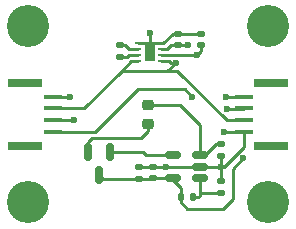
<source format=gtl>
%TF.GenerationSoftware,KiCad,Pcbnew,7.0.2-6a45011f42~172~ubuntu22.04.1*%
%TF.CreationDate,2023-09-16T19:02:56-07:00*%
%TF.ProjectId,i_control_led,695f636f-6e74-4726-9f6c-5f6c65642e6b,rev?*%
%TF.SameCoordinates,Original*%
%TF.FileFunction,Copper,L1,Top*%
%TF.FilePolarity,Positive*%
%FSLAX46Y46*%
G04 Gerber Fmt 4.6, Leading zero omitted, Abs format (unit mm)*
G04 Created by KiCad (PCBNEW 7.0.2-6a45011f42~172~ubuntu22.04.1) date 2023-09-16 19:02:56*
%MOMM*%
%LPD*%
G01*
G04 APERTURE LIST*
G04 Aperture macros list*
%AMRoundRect*
0 Rectangle with rounded corners*
0 $1 Rounding radius*
0 $2 $3 $4 $5 $6 $7 $8 $9 X,Y pos of 4 corners*
0 Add a 4 corners polygon primitive as box body*
4,1,4,$2,$3,$4,$5,$6,$7,$8,$9,$2,$3,0*
0 Add four circle primitives for the rounded corners*
1,1,$1+$1,$2,$3*
1,1,$1+$1,$4,$5*
1,1,$1+$1,$6,$7*
1,1,$1+$1,$8,$9*
0 Add four rect primitives between the rounded corners*
20,1,$1+$1,$2,$3,$4,$5,0*
20,1,$1+$1,$4,$5,$6,$7,0*
20,1,$1+$1,$6,$7,$8,$9,0*
20,1,$1+$1,$8,$9,$2,$3,0*%
G04 Aperture macros list end*
%TA.AperFunction,ComponentPad*%
%ADD10C,3.570000*%
%TD*%
%TA.AperFunction,SMDPad,CuDef*%
%ADD11RoundRect,0.218750X-0.256250X0.218750X-0.256250X-0.218750X0.256250X-0.218750X0.256250X0.218750X0*%
%TD*%
%TA.AperFunction,SMDPad,CuDef*%
%ADD12R,3.000000X0.800000*%
%TD*%
%TA.AperFunction,SMDPad,CuDef*%
%ADD13R,1.600000X0.400000*%
%TD*%
%TA.AperFunction,SMDPad,CuDef*%
%ADD14RoundRect,0.135000X-0.185000X0.135000X-0.185000X-0.135000X0.185000X-0.135000X0.185000X0.135000X0*%
%TD*%
%TA.AperFunction,SMDPad,CuDef*%
%ADD15RoundRect,0.150000X0.512500X0.150000X-0.512500X0.150000X-0.512500X-0.150000X0.512500X-0.150000X0*%
%TD*%
%TA.AperFunction,SMDPad,CuDef*%
%ADD16RoundRect,0.140000X0.170000X-0.140000X0.170000X0.140000X-0.170000X0.140000X-0.170000X-0.140000X0*%
%TD*%
%TA.AperFunction,SMDPad,CuDef*%
%ADD17R,0.500000X0.250000*%
%TD*%
%TA.AperFunction,ComponentPad*%
%ADD18C,0.600000*%
%TD*%
%TA.AperFunction,SMDPad,CuDef*%
%ADD19R,0.900000X1.600000*%
%TD*%
%TA.AperFunction,SMDPad,CuDef*%
%ADD20RoundRect,0.135000X0.185000X-0.135000X0.185000X0.135000X-0.185000X0.135000X-0.185000X-0.135000X0*%
%TD*%
%TA.AperFunction,SMDPad,CuDef*%
%ADD21RoundRect,0.135000X-0.135000X-0.185000X0.135000X-0.185000X0.135000X0.185000X-0.135000X0.185000X0*%
%TD*%
%TA.AperFunction,SMDPad,CuDef*%
%ADD22RoundRect,0.140000X-0.170000X0.140000X-0.170000X-0.140000X0.170000X-0.140000X0.170000X0.140000X0*%
%TD*%
%TA.AperFunction,SMDPad,CuDef*%
%ADD23RoundRect,0.150000X-0.150000X0.587500X-0.150000X-0.587500X0.150000X-0.587500X0.150000X0.587500X0*%
%TD*%
%TA.AperFunction,ViaPad*%
%ADD24C,0.600000*%
%TD*%
%TA.AperFunction,Conductor*%
%ADD25C,0.250000*%
%TD*%
G04 APERTURE END LIST*
D10*
%TO.P,M1,~*%
%TO.N,N/C*%
X52540000Y-52540000D03*
%TD*%
%TO.P,M2,~*%
%TO.N,N/C*%
X72860000Y-52540000D03*
%TD*%
%TO.P,M3,~*%
%TO.N,N/C*%
X72860000Y-67460000D03*
%TD*%
%TO.P,M4,~*%
%TO.N,N/C*%
X52540000Y-67460000D03*
%TD*%
D11*
%TO.P,D1,1,K*%
%TO.N,Net-(D1-K)*%
X62700000Y-59212500D03*
%TO.P,D1,2,A*%
%TO.N,Net-(D1-A)*%
X62700000Y-60787500D03*
%TD*%
D12*
%TO.P,J1,*%
%TO.N,*%
X52300000Y-62650000D03*
X52300000Y-57350000D03*
D13*
%TO.P,J1,1,Pin_1*%
%TO.N,GND*%
X54625000Y-58500000D03*
%TO.P,J1,2,Pin_2*%
%TO.N,/VIN*%
X54625000Y-59500000D03*
%TO.P,J1,3,Pin_3*%
%TO.N,/SDA*%
X54625000Y-60500000D03*
%TO.P,J1,4,Pin_4*%
%TO.N,/SCL*%
X54625000Y-61500000D03*
%TD*%
D12*
%TO.P,J2,*%
%TO.N,*%
X73100000Y-57350000D03*
X73100000Y-62650000D03*
D13*
%TO.P,J2,1,Pin_1*%
%TO.N,GND*%
X70775000Y-61500000D03*
%TO.P,J2,2,Pin_2*%
%TO.N,/VIN*%
X70775000Y-60500000D03*
%TO.P,J2,3,Pin_3*%
%TO.N,/SDA*%
X70775000Y-59500000D03*
%TO.P,J2,4,Pin_4*%
%TO.N,/SCL*%
X70775000Y-58500000D03*
%TD*%
D14*
%TO.P,R1,1*%
%TO.N,Net-(D1-K)*%
X68870000Y-62540000D03*
%TO.P,R1,2*%
%TO.N,GND*%
X68870000Y-63560000D03*
%TD*%
D15*
%TO.P,U2,1,+*%
%TO.N,/Vset*%
X67100000Y-65375000D03*
%TO.P,U2,2,V-*%
%TO.N,GND*%
X67100000Y-64425000D03*
%TO.P,U2,3,-*%
%TO.N,Net-(D1-K)*%
X67100000Y-63475000D03*
%TO.P,U2,4*%
%TO.N,Net-(Q1-B)*%
X64825000Y-63475000D03*
%TO.P,U2,5,V+*%
%TO.N,/5V*%
X64825000Y-65375000D03*
%TD*%
D16*
%TO.P,C4,1*%
%TO.N,/5V*%
X63150000Y-65430000D03*
%TO.P,C4,2*%
%TO.N,GND*%
X63150000Y-64470000D03*
%TD*%
D17*
%TO.P,U1,1,PFM*%
%TO.N,GND*%
X61875000Y-53990000D03*
%TO.P,U1,2,C1-*%
%TO.N,Net-(U1-C1-)*%
X61875000Y-54490000D03*
%TO.P,U1,3,C1+*%
%TO.N,Net-(U1-C1+)*%
X61875000Y-54990000D03*
%TO.P,U1,4,OUTDIS*%
%TO.N,/VIN*%
X61875000Y-55490000D03*
%TO.P,U1,5,EN*%
X63775000Y-55490000D03*
%TO.P,U1,6,VOUT*%
%TO.N,/5V*%
X63775000Y-54990000D03*
%TO.P,U1,7,VIN*%
%TO.N,/VIN*%
X63775000Y-54490000D03*
%TO.P,U1,8,GND*%
%TO.N,GND*%
X63775000Y-53990000D03*
D18*
%TO.P,U1,9,GND*%
X62825000Y-54240000D03*
D19*
X62825000Y-54740000D03*
D18*
X62825000Y-55240000D03*
%TD*%
D16*
%TO.P,C3,1*%
%TO.N,/5V*%
X67140000Y-54130000D03*
%TO.P,C3,2*%
%TO.N,GND*%
X67140000Y-53170000D03*
%TD*%
D20*
%TO.P,R3,1*%
%TO.N,/Vset*%
X68880000Y-66630000D03*
%TO.P,R3,2*%
%TO.N,GND*%
X68880000Y-65610000D03*
%TD*%
D21*
%TO.P,R2,1*%
%TO.N,/5V*%
X65455000Y-66975000D03*
%TO.P,R2,2*%
%TO.N,/Vset*%
X66475000Y-66975000D03*
%TD*%
D22*
%TO.P,C1,1*%
%TO.N,GND*%
X65200000Y-53185000D03*
%TO.P,C1,2*%
%TO.N,/VIN*%
X65200000Y-54145000D03*
%TD*%
D16*
%TO.P,C5,1*%
%TO.N,/5V*%
X61925000Y-65435000D03*
%TO.P,C5,2*%
%TO.N,GND*%
X61925000Y-64475000D03*
%TD*%
D23*
%TO.P,Q1,1,B*%
%TO.N,Net-(Q1-B)*%
X59500000Y-63225000D03*
%TO.P,Q1,2,E*%
%TO.N,Net-(D1-A)*%
X57600000Y-63225000D03*
%TO.P,Q1,3,C*%
%TO.N,/5V*%
X58550000Y-65100000D03*
%TD*%
D16*
%TO.P,C2,1*%
%TO.N,Net-(U1-C1+)*%
X60330000Y-55110000D03*
%TO.P,C2,2*%
%TO.N,Net-(U1-C1-)*%
X60330000Y-54150000D03*
%TD*%
D24*
%TO.N,GND*%
X68880000Y-64435000D03*
X62850000Y-53100000D03*
X69110000Y-61500000D03*
X56100000Y-58500000D03*
X64250000Y-64470000D03*
%TO.N,/VIN*%
X65040000Y-55614500D03*
X66100000Y-54145000D03*
%TO.N,/SCL*%
X69330000Y-58490000D03*
X66440000Y-58490000D03*
%TO.N,/SDA*%
X56400000Y-60500000D03*
X69350000Y-59525000D03*
%TO.N,/5V*%
X70741589Y-63701589D03*
X66800000Y-54990000D03*
%TD*%
D25*
%TO.N,GND*%
X68880000Y-65610000D02*
X68880000Y-64435000D01*
X69135000Y-64425000D02*
X70775000Y-62785000D01*
X62825000Y-53125000D02*
X62850000Y-53100000D01*
X64765000Y-53185000D02*
X65200000Y-53185000D01*
X63775000Y-53990000D02*
X63960000Y-53990000D01*
X62825000Y-54240000D02*
X63075000Y-53990000D01*
X65200000Y-53185000D02*
X67125000Y-53185000D01*
X68425000Y-64425000D02*
X68890000Y-64425000D01*
X68870000Y-64405000D02*
X68890000Y-64425000D01*
X63150000Y-64470000D02*
X61930000Y-64470000D01*
X63150000Y-64470000D02*
X64250000Y-64470000D01*
X62575000Y-53990000D02*
X62825000Y-54240000D01*
X63075000Y-53990000D02*
X63775000Y-53990000D01*
X67100000Y-64425000D02*
X68425000Y-64425000D01*
X68890000Y-64425000D02*
X69135000Y-64425000D01*
X70775000Y-62785000D02*
X70775000Y-61500000D01*
X67055000Y-64470000D02*
X67100000Y-64425000D01*
X62825000Y-54240000D02*
X62825000Y-53125000D01*
X63960000Y-53990000D02*
X64765000Y-53185000D01*
X68880000Y-64435000D02*
X68890000Y-64425000D01*
X68870000Y-63560000D02*
X68870000Y-64405000D01*
X64250000Y-64470000D02*
X67055000Y-64470000D01*
X69110000Y-61500000D02*
X70775000Y-61500000D01*
X67125000Y-53185000D02*
X67140000Y-53170000D01*
X54625000Y-58500000D02*
X55950000Y-58500000D01*
X61875000Y-53990000D02*
X62575000Y-53990000D01*
X61930000Y-64470000D02*
X61925000Y-64475000D01*
%TO.N,/VIN*%
X54625000Y-59500000D02*
X57275000Y-59500000D01*
X65040000Y-55614500D02*
X64594500Y-55614500D01*
X61285000Y-55490000D02*
X61875000Y-55490000D01*
X69350000Y-60500000D02*
X65177500Y-56327500D01*
X65177500Y-56327500D02*
X64190000Y-56327500D01*
X65040000Y-55614500D02*
X64327000Y-56327500D01*
X64190000Y-56327500D02*
X60447500Y-56327500D01*
X70775000Y-60500000D02*
X69350000Y-60500000D01*
X64655000Y-54145000D02*
X65200000Y-54145000D01*
X57275000Y-59500000D02*
X60447500Y-56327500D01*
X64594500Y-55614500D02*
X64470000Y-55490000D01*
X64310000Y-54490000D02*
X64655000Y-54145000D01*
X60447500Y-56327500D02*
X61285000Y-55490000D01*
X63775000Y-54490000D02*
X64310000Y-54490000D01*
X64470000Y-55490000D02*
X63775000Y-55490000D01*
X64327000Y-56327500D02*
X64190000Y-56327500D01*
X66100000Y-54145000D02*
X65200000Y-54145000D01*
%TO.N,Net-(U1-C1+)*%
X60330000Y-55110000D02*
X60930000Y-55110000D01*
X61050000Y-54990000D02*
X61875000Y-54990000D01*
X60930000Y-55110000D02*
X61050000Y-54990000D01*
%TO.N,/SCL*%
X65840000Y-57890000D02*
X61840000Y-57890000D01*
X58230000Y-61500000D02*
X54625000Y-61500000D01*
X69330000Y-58490000D02*
X70765000Y-58490000D01*
X66440000Y-58490000D02*
X65840000Y-57890000D01*
X61840000Y-57890000D02*
X58230000Y-61500000D01*
%TO.N,/SDA*%
X69350000Y-59525000D02*
X70750000Y-59525000D01*
X56400000Y-60500000D02*
X54625000Y-60500000D01*
X70750000Y-59525000D02*
X70775000Y-59500000D01*
%TO.N,Net-(U1-C1-)*%
X60720000Y-54150000D02*
X61060000Y-54490000D01*
X60330000Y-54150000D02*
X60720000Y-54150000D01*
X61060000Y-54490000D02*
X61875000Y-54490000D01*
%TO.N,/5V*%
X64825000Y-65375000D02*
X64825000Y-65575000D01*
X63145000Y-65435000D02*
X63150000Y-65430000D01*
X67140000Y-54650000D02*
X67140000Y-54130000D01*
X58550000Y-65100000D02*
X58885000Y-65435000D01*
X63850000Y-65430000D02*
X64770000Y-65430000D01*
X63150000Y-65430000D02*
X63850000Y-65430000D01*
X58885000Y-65435000D02*
X61925000Y-65435000D01*
X65455000Y-66205000D02*
X65455000Y-66975000D01*
X63775000Y-54990000D02*
X66800000Y-54990000D01*
X66010000Y-68000000D02*
X65455000Y-67445000D01*
X69850000Y-67200000D02*
X69050000Y-68000000D01*
X65455000Y-67445000D02*
X65455000Y-66975000D01*
X64825000Y-65575000D02*
X65455000Y-66205000D01*
X66800000Y-54990000D02*
X67140000Y-54650000D01*
X70741589Y-63701589D02*
X69850000Y-64593178D01*
X61925000Y-65435000D02*
X63145000Y-65435000D01*
X69050000Y-68000000D02*
X66010000Y-68000000D01*
X69850000Y-64593178D02*
X69850000Y-67200000D01*
X64770000Y-65430000D02*
X64825000Y-65375000D01*
%TO.N,Net-(D1-K)*%
X68450000Y-62540000D02*
X68870000Y-62540000D01*
X65412500Y-59212500D02*
X67100000Y-60900000D01*
X67100000Y-60900000D02*
X67100000Y-63475000D01*
X62700000Y-59212500D02*
X65412500Y-59212500D01*
X67515000Y-63475000D02*
X68450000Y-62540000D01*
X67100000Y-63475000D02*
X67515000Y-63475000D01*
%TO.N,Net-(D1-A)*%
X62080000Y-61990000D02*
X57920000Y-61990000D01*
X57600000Y-62310000D02*
X57600000Y-63225000D01*
X57920000Y-61990000D02*
X57600000Y-62310000D01*
X62700000Y-60787500D02*
X62700000Y-61370000D01*
X62700000Y-61370000D02*
X62080000Y-61990000D01*
%TO.N,Net-(Q1-B)*%
X64825000Y-63475000D02*
X62555000Y-63475000D01*
X59545000Y-63180000D02*
X59500000Y-63225000D01*
X62260000Y-63180000D02*
X59545000Y-63180000D01*
X62555000Y-63475000D02*
X62260000Y-63180000D01*
%TO.N,/Vset*%
X67100000Y-66840000D02*
X66965000Y-66975000D01*
X67100000Y-65375000D02*
X67100000Y-66690000D01*
X67100000Y-66690000D02*
X67100000Y-66840000D01*
X68820000Y-66690000D02*
X68880000Y-66630000D01*
X66965000Y-66975000D02*
X66475000Y-66975000D01*
X67100000Y-66690000D02*
X68820000Y-66690000D01*
%TD*%
M02*

</source>
